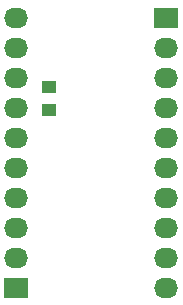
<source format=gbr>
G04 #@! TF.FileFunction,Soldermask,Bot*
%FSLAX46Y46*%
G04 Gerber Fmt 4.6, Leading zero omitted, Abs format (unit mm)*
G04 Created by KiCad (PCBNEW 0.201505300414+5690~23~ubuntu14.04.1-product) date Sat 27 Jun 2015 05:42:46 PM PDT*
%MOMM*%
G01*
G04 APERTURE LIST*
%ADD10C,0.100000*%
%ADD11R,1.250000X1.000000*%
%ADD12R,2.032000X1.727200*%
%ADD13O,2.032000X1.727200*%
G04 APERTURE END LIST*
D10*
D11*
X138684000Y-103108000D03*
X138684000Y-101108000D03*
D12*
X135890000Y-118110000D03*
D13*
X135890000Y-115570000D03*
X135890000Y-113030000D03*
X135890000Y-110490000D03*
X135890000Y-107950000D03*
X135890000Y-105410000D03*
X135890000Y-102870000D03*
X135890000Y-100330000D03*
X135890000Y-97790000D03*
X135890000Y-95250000D03*
D12*
X148590000Y-95250000D03*
D13*
X148590000Y-97790000D03*
X148590000Y-100330000D03*
X148590000Y-102870000D03*
X148590000Y-105410000D03*
X148590000Y-107950000D03*
X148590000Y-110490000D03*
X148590000Y-113030000D03*
X148590000Y-115570000D03*
X148590000Y-118110000D03*
M02*

</source>
